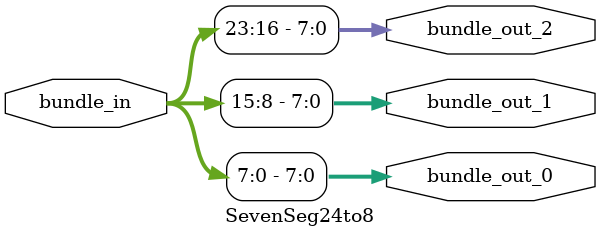
<source format=sv>

module SevenSeg24to8 (
    input logic [23:0] bundle_in,
    output logic [7:0] bundle_out_0,
    output logic [7:0] bundle_out_1,
    output logic [7:0] bundle_out_2);

    assign bundle_out_0 = bundle_in[7:0];
    assign bundle_out_1 = bundle_in[15:8];
    assign bundle_out_2 = bundle_in[23:16];

endmodule

</source>
